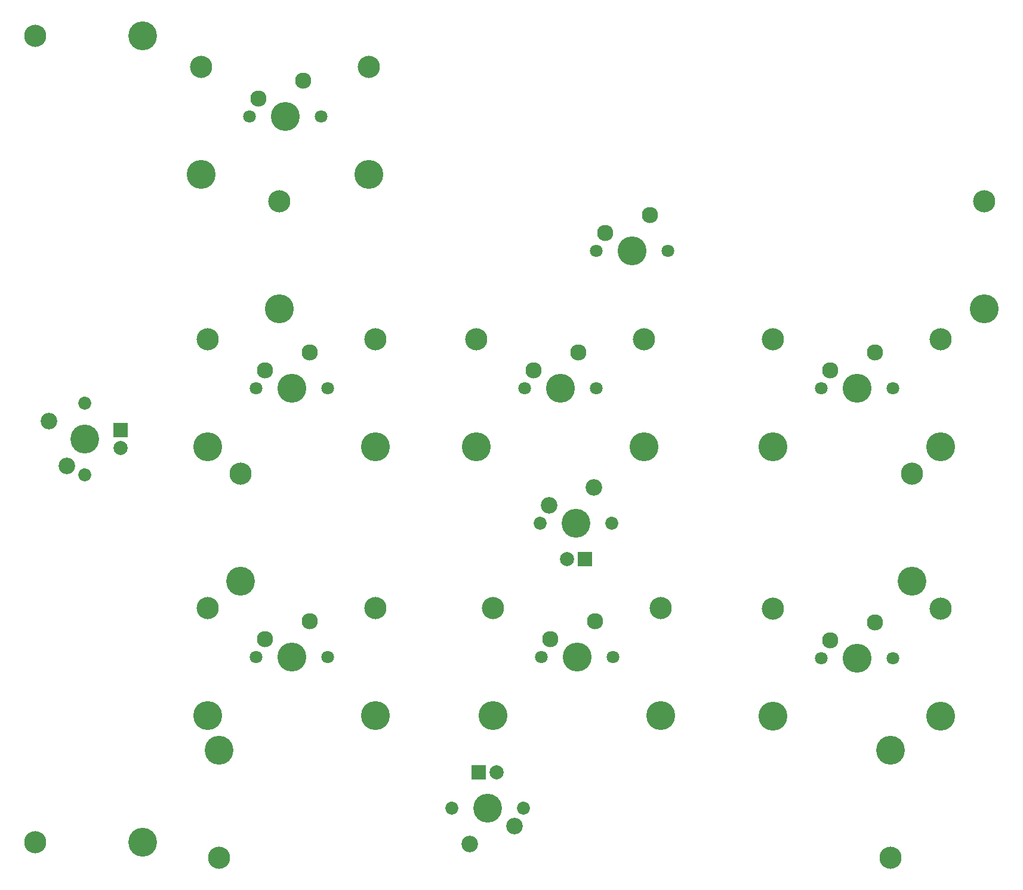
<source format=gbs>
G04 #@! TF.GenerationSoftware,KiCad,Pcbnew,5.1.6*
G04 #@! TF.CreationDate,2020-09-17T01:01:23+03:00*
G04 #@! TF.ProjectId,StabTester,53746162-5465-4737-9465-722e6b696361,rev?*
G04 #@! TF.SameCoordinates,Original*
G04 #@! TF.FileFunction,Soldermask,Bot*
G04 #@! TF.FilePolarity,Negative*
%FSLAX46Y46*%
G04 Gerber Fmt 4.6, Leading zero omitted, Abs format (unit mm)*
G04 Created by KiCad (PCBNEW 5.1.6) date 2020-09-17 01:01:23*
%MOMM*%
%LPD*%
G01*
G04 APERTURE LIST*
%ADD10C,4.087800*%
%ADD11C,3.148000*%
%ADD12C,1.850000*%
%ADD13R,2.005000X2.005000*%
%ADD14C,2.005000*%
%ADD15C,2.350000*%
%ADD16C,3.150000*%
%ADD17C,4.100000*%
%ADD18C,1.800000*%
%ADD19C,2.300000*%
G04 APERTURE END LIST*
D10*
G04 #@! TO.C,MX11*
X81280000Y-42068750D03*
X81280000Y-156368750D03*
D11*
X66040000Y-42068750D03*
X66040000Y-156368750D03*
D12*
X73025000Y-94138750D03*
X73025000Y-104298750D03*
D13*
X78105000Y-97948750D03*
D14*
X78105000Y-100488750D03*
D15*
X70485000Y-103028750D03*
D10*
X73025000Y-99218750D03*
D15*
X67945000Y-96678750D03*
G04 #@! TD*
D10*
G04 #@! TO.C,MX10*
X190366000Y-119416000D03*
X95116000Y-119416000D03*
D11*
X190366000Y-104176000D03*
X95116000Y-104176000D03*
D12*
X147821000Y-111161000D03*
X137661000Y-111161000D03*
D14*
X141471000Y-116241000D03*
D13*
X144011000Y-116241000D03*
D15*
X138931000Y-108621000D03*
D10*
X142741000Y-111161000D03*
D15*
X145281000Y-106081000D03*
G04 #@! TD*
D10*
G04 #@! TO.C,MX9*
X92075000Y-143351250D03*
X187325000Y-143351250D03*
D11*
X92075000Y-158591250D03*
X187325000Y-158591250D03*
D12*
X125095000Y-151606250D03*
X135255000Y-151606250D03*
D13*
X128905000Y-146526250D03*
D14*
X131445000Y-146526250D03*
D15*
X133985000Y-154146250D03*
D10*
X130175000Y-151606250D03*
D15*
X127635000Y-156686250D03*
G04 #@! TD*
D16*
G04 #@! TO.C,MX8*
X200653750Y-65548750D03*
X100653750Y-65548750D03*
D17*
X100653750Y-80788750D03*
X200653750Y-80788750D03*
D18*
X155733750Y-72548750D03*
X145573750Y-72548750D03*
D17*
X150653750Y-72548750D03*
D19*
X146843750Y-70008750D03*
X153193750Y-67468750D03*
G04 #@! TD*
D16*
G04 #@! TO.C,MX7*
X194462500Y-123302000D03*
X170662500Y-123302000D03*
D17*
X170662500Y-138542000D03*
X194462500Y-138542000D03*
D18*
X187642500Y-130302000D03*
X177482500Y-130302000D03*
D17*
X182562500Y-130302000D03*
D19*
X178752500Y-127762000D03*
X185102500Y-125222000D03*
G04 #@! TD*
D16*
G04 #@! TO.C,MX6*
X152393750Y-85075000D03*
X128593750Y-85075000D03*
D17*
X128593750Y-100315000D03*
X152393750Y-100315000D03*
D18*
X145573750Y-92075000D03*
X135413750Y-92075000D03*
D17*
X140493750Y-92075000D03*
D19*
X136683750Y-89535000D03*
X143033750Y-86995000D03*
G04 #@! TD*
D16*
G04 #@! TO.C,MX5*
X114293750Y-85075000D03*
X90493750Y-85075000D03*
D17*
X90493750Y-100315000D03*
X114293750Y-100315000D03*
D18*
X107473750Y-92075000D03*
X97313750Y-92075000D03*
D17*
X102393750Y-92075000D03*
D19*
X98583750Y-89535000D03*
X104933750Y-86995000D03*
G04 #@! TD*
D16*
G04 #@! TO.C,MX4*
X154775000Y-123175000D03*
X130975000Y-123175000D03*
D17*
X130975000Y-138415000D03*
X154775000Y-138415000D03*
D18*
X147955000Y-130175000D03*
X137795000Y-130175000D03*
D17*
X142875000Y-130175000D03*
D19*
X139065000Y-127635000D03*
X145415000Y-125095000D03*
G04 #@! TD*
D16*
G04 #@! TO.C,MX3*
X194462500Y-85075000D03*
X170662500Y-85075000D03*
D17*
X170662500Y-100315000D03*
X194462500Y-100315000D03*
D18*
X187642500Y-92075000D03*
X177482500Y-92075000D03*
D17*
X182562500Y-92075000D03*
D19*
X178752500Y-89535000D03*
X185102500Y-86995000D03*
G04 #@! TD*
D16*
G04 #@! TO.C,MX2*
X114293750Y-123175000D03*
X90493750Y-123175000D03*
D17*
X90493750Y-138415000D03*
X114293750Y-138415000D03*
D18*
X107473750Y-130175000D03*
X97313750Y-130175000D03*
D17*
X102393750Y-130175000D03*
D19*
X98583750Y-127635000D03*
X104933750Y-125095000D03*
G04 #@! TD*
D16*
G04 #@! TO.C,MX1*
X113341250Y-46498750D03*
X89541250Y-46498750D03*
D17*
X89541250Y-61738750D03*
X113341250Y-61738750D03*
D18*
X106521250Y-53498750D03*
X96361250Y-53498750D03*
D17*
X101441250Y-53498750D03*
D19*
X97631250Y-50958750D03*
X103981250Y-48418750D03*
G04 #@! TD*
M02*

</source>
